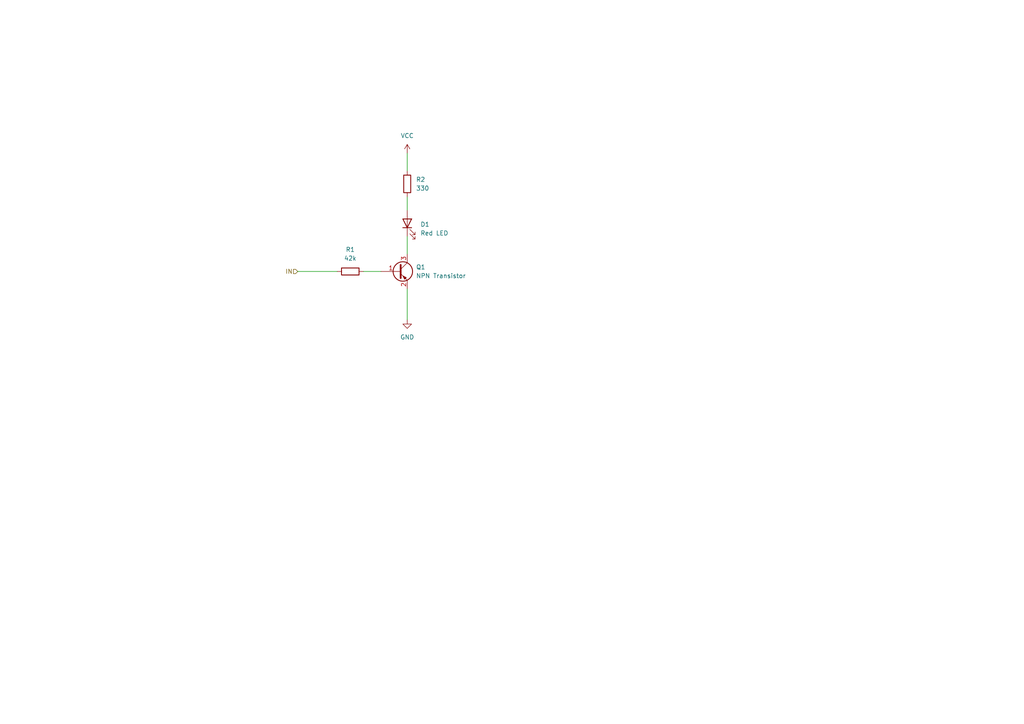
<source format=kicad_sch>
(kicad_sch (version 20231120) (generator "eeschema") (generator_version "8.0")
  (paper "A4")
  (lib_symbols
    (symbol "Device:LED" (pin_numbers hide) (pin_names (offset 1.016) hide)
      (property "Reference" "D" (at 0 2.54 0))
      (property "Value" "LED" (at 0 -2.54 0))
      (symbol "LED_0_1"
        (polyline (pts (xy -1.27 -1.27) (xy -1.27 1.27)) (stroke (width 0.254)))
        (polyline (pts (xy -1.27 0) (xy 1.27 0)))
        (polyline (pts (xy 1.27 -1.27) (xy 1.27 1.27) (xy -1.27 0) (xy 1.27 -1.27)) (stroke (width 0.254)))
        (polyline (pts (xy -3.048 -0.762) (xy -4.572 -2.286) (xy -3.81 -2.286) (xy -4.572 -2.286) (xy -4.572 -1.524)))
        (polyline (pts (xy -1.778 -0.762) (xy -3.302 -2.286) (xy -2.54 -2.286) (xy -3.302 -2.286) (xy -3.302 -1.524)))
      )
      (symbol "LED_1_1"
        (pin passive line (at -3.81 0 0) (length 2.54) (name "K") (number "1"))
        (pin passive line (at 3.81 0 180) (length 2.54) (name "A") (number "2"))
      )
    )
    (symbol "Device:R" (pin_numbers hide) (pin_names (offset 0))
      (property "Reference" "R" (at 2.032 0 90))
      (property "Value" "R" (at 0 0 90))
      (symbol "R_0_1"
        (rectangle (start -1.016 -2.54) (end 1.016 2.54) (stroke (width 0.254)))
      )
      (symbol "R_1_1"
        (pin passive line (at 0 3.81 270) (length 1.27) (name "~") (number "1"))
        (pin passive line (at 0 -3.81 90) (length 1.27) (name "~") (number "2"))
      )
    )
    (symbol "Transistor_BJT:BC807" (pin_names (offset 0) hide)
      (property "Reference" "Q" (at 5.08 1.905 0))
      (property "Value" "BC807" (at 5.08 0 0))
      (symbol "BC807_0_1"
        (polyline (pts (xy 0.635 0.635) (xy 2.54 2.54)))
        (polyline (pts (xy 0.635 -0.635) (xy 2.54 -2.54) (xy 2.54 -2.54)))
        (polyline (pts (xy 0.635 1.905) (xy 0.635 -1.905) (xy 0.635 -1.905)) (stroke (width 0.508)))
        (polyline (pts (xy 2.286 -1.778) (xy 1.778 -2.286) (xy 1.27 -1.27) (xy 2.286 -1.778) (xy 2.286 -1.778)) (fill (type outline)))
        (circle (center 1.27 0) (radius 2.8194) (stroke (width 0.254)))
      )
      (symbol "BC807_1_1"
        (pin input line (at -5.08 0 0) (length 5.715) (name "B") (number "1"))
        (pin passive line (at 2.54 -5.08 90) (length 2.54) (name "E") (number "2"))
        (pin passive line (at 2.54 5.08 270) (length 2.54) (name "C") (number "3"))
      )
    )
    (symbol "power:GND" (power) (pin_numbers hide) (pin_names (offset 0) hide)
      (property "Value" "GND" (at 0 -3.81 0))
      (symbol "GND_0_1"
        (polyline (pts (xy 0 0) (xy 0 -1.27) (xy 1.27 -1.27) (xy 0 -2.54) (xy -1.27 -1.27) (xy 0 -1.27)))
      )
      (symbol "GND_1_1"
        (pin power_in line (at 0 0 270) (length 0) (name "~") (number "1"))
      )
    )
    (symbol "power:VCC" (power) (pin_numbers hide) (pin_names (offset 0) hide)
      (property "Value" "VCC" (at 0 3.556 0))
      (symbol "VCC_0_1"
        (polyline (pts (xy -0.762 1.27) (xy 0 2.54)))
        (polyline (pts (xy 0 0) (xy 0 2.54)))
        (polyline (pts (xy 0 2.54) (xy 0.762 1.27)))
      )
      (symbol "VCC_1_1"
        (pin power_in line (at 0 0 90) (length 0) (name "~") (number "1"))
      )
    )
  )
  (wire (pts (xy 118.11 68.58) (xy 118.11 73.66)))
  (wire (pts (xy 86.36 78.74) (xy 97.79 78.74)))
  (wire (pts (xy 118.11 44.45) (xy 118.11 49.53)))
  (wire (pts (xy 105.41 78.74) (xy 110.49 78.74)))
  (wire (pts (xy 118.11 83.82) (xy 118.11 92.71)))
  (wire (pts (xy 118.11 57.15) (xy 118.11 60.96)))
  (hierarchical_label "IN" (shape input) (at 86.36 78.74 180))
  (symbol (lib_id "power:VCC") (at 118.11 44.45 0) (unit 1)
    (property "Reference" "#PWR01" (effects (hide yes)))
    (property "Value" "VCC" (at 118.11 39.37 0))
    (property "Description" "Power symbol creates a global label with name \"VCC\"" (effects (hide yes)))
  )
  (symbol (lib_id "Device:LED") (at 118.11 64.77 90) (unit 1)
    (property "Reference" "D1" (at 121.92 65.0874 90) (effects (justify right)))
    (property "Value" "Red LED" (at 121.92 67.6274 90) (effects (justify right)))
    (property "Footprint" "LED_SMD:LED_0805_2012Metric" (effects (hide yes)))
    (property "Datasheet" "https://jlcpcb.com/partdetail/509669-HL_PC_2012S52FCL/C497942" (effects (hide yes)))
    (property "Description" "C497942" (effects (hide yes)))
  )
  (symbol (lib_id "Device:R") (at 101.6 78.74 90) (unit 1)
    (property "Reference" "R1" (at 101.6 72.39 90))
    (property "Value" "42k" (at 101.6 74.93 90))
    (property "Footprint" "Resistor_SMD:R_0805_2012Metric" (effects (hide yes)))
    (property "Datasheet" "https://jlcpcb.com/partdetail/Koa_SpeerElec-RK73H2ATTD4122F/C317445" (effects (hide yes)))
    (property "Description" "C317445" (effects (hide yes)))
  )
  (symbol (lib_id "Transistor_BJT:BC807") (at 115.57 78.74 0) (unit 1)
    (property "Reference" "Q1" (at 120.65 77.4699 0) (effects (justify left)))
    (property "Value" "NPN Transistor" (at 120.65 80.0099 0) (effects (justify left)))
    (property "Footprint" "Package_TO_SOT_SMD:SOT-23" (effects (hide yes)))
    (property "Datasheet" "https://jlcpcb.com/partdetail/Jsmsemi-S8050J3Y/C18221467" (effects (hide yes)))
    (property "Description" "C18221467" (effects (hide yes)))
  )
  (symbol (lib_id "power:GND") (at 118.11 92.71 0) (unit 1)
    (property "Reference" "#PWR02" (effects (hide yes)))
    (property "Value" "GND" (at 118.11 97.79 0))
    (property "Description" "Power symbol creates a global label with name \"GND\" , ground" (effects (hide yes)))
  )
  (symbol (lib_id "Device:R") (at 118.11 53.34 0) (unit 1)
    (property "Reference" "R2" (at 120.65 52.0699 0) (effects (justify left)))
    (property "Value" "330" (at 120.65 54.6099 0) (effects (justify left)))
    (property "Footprint" "Resistor_SMD:R_0805_2012Metric" (effects (hide yes)))
    (property "Datasheet" "https://jlcpcb.com/partdetail/RohmSemicon-MCR10EZPJ331/C308450" (effects (hide yes)))
    (property "Description" "C308450" (effects (hide yes)))
  )
)
</source>
